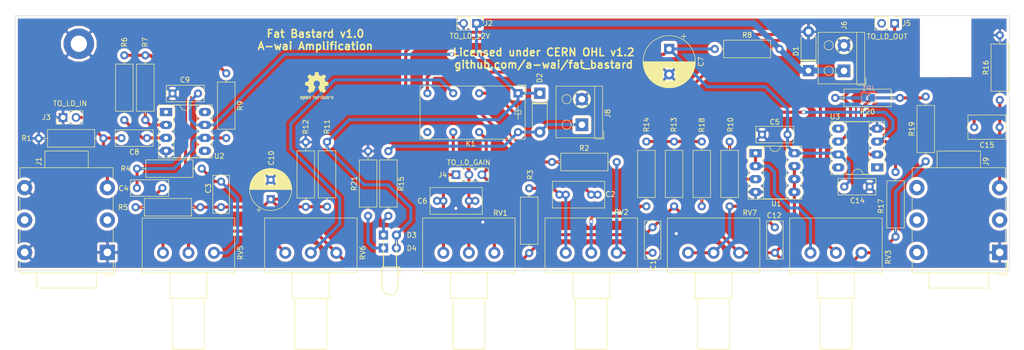
<source format=kicad_pcb>
(kicad_pcb (version 20171130) (host pcbnew 5.0.2+dfsg1-1)
  (layers (0 F.Cu signal) (31 B.Cu signal) (34 B.Paste user) (35 F.Paste user) (36 B.SilkS user) (37 F.SilkS user) (38 B.Mask user) (39 F.Mask user) (44 Edge.Cuts user))
  (net 0 "")
  (net 1 GNDS)
  (net 2 "Net-(C1-Pad2)")
  (net 3 "Net-(C2-Pad1)")
  (net 4 "Net-(C2-Pad2)")
  (net 5 "Net-(C3-Pad2)")
  (net 6 "Net-(C4-Pad2)")
  (net 7 "Net-(C4-Pad1)")
  (net 8 GND)
  (net 9 VCC)
  (net 10 /LD_SIG)
  (net 11 "Net-(C6-Pad2)")
  (net 12 "Net-(C8-Pad2)")
  (net 13 "Net-(C8-Pad1)")
  (net 14 "Net-(C12-Pad2)")
  (net 15 "Net-(C15-Pad1)")
  (net 16 "Net-(C15-Pad2)")
  (net 17 +12V)
  (net 18 "Net-(D2-Pad2)")
  (net 19 "Net-(D3-Pad1)")
  (net 20 /LD_GND)
  (net 21 "Net-(K1-Pad11)")
  (net 22 "Net-(K1-Pad14)")
  (net 23 "Net-(K1-Pad12)")
  (net 24 "Net-(R7-Pad1)")
  (net 25 "Net-(R13-Pad1)")
  (net 26 "Net-(RV3-Pad1)")
  (net 27 "Net-(RV5-Pad2)")
  (net 28 "Net-(JP1-Pad1)")
  (net 29 "Net-(R10-Pad1)")
  (net 30 "Net-(R14-Pad1)")
  (net 31 "Net-(D4-Pad1)")
  (module Diode_THT:D_DO-41_SOD81_P7.62mm_Horizontal (layer F.Cu) (at 152.908 75.2094 270)
    (fp_text reference D2 (at -2.9972 0.0254 270) (layer F.SilkS))
    (fp_text value 1N4007)
    (pad 2 thru_hole oval (at 7.62 0 270) (size 2.2 2.2) (drill 1.1) (layers *.Cu *.Mask) (net 18 "Net-(D2-Pad2)"))
    (pad 1 thru_hole rect (at 0 0 270) (size 2.2 2.2) (drill 1.1) (layers *.Cu *.Mask) (net 17 +12V))
  )
  (module Diode_THT:D_DO-41_SOD81_P7.62mm_Horizontal (layer F.Cu) (at 205.613 70.7644 90)
    (fp_text reference D1 (at 3.81 -2.47 90) (layer F.SilkS))
    (fp_text value 1N4007)
    (pad 1 thru_hole rect (at 0 0 90) (size 2.2 2.2) (drill 1.1) (layers *.Cu *.Mask) (net 17 +12V))
    (pad 2 thru_hole oval (at 7.62 0 90) (size 2.2 2.2) (drill 1.1) (layers *.Cu *.Mask) (net 8 GND))
  )
  (module MountingHole:MountingHole_3.2mm_M3 (layer F.Cu) (at 232.5 65.5)
    (fp_text reference DRILL)
    (fp_text value MountingHole_3.2mm_M3)
    (pad "" np_thru_hole circle (at 0 0) (size 3.2 3.2) (drill 3.2) (layers *.Cu *.Mask) (clearance 2))
  )
  (module MountingHole:MountingHole_3.2mm_M3 (layer F.Cu) (at 62.5 65.5)
    (fp_text reference DRILL)
    (fp_text value MountingHole_3.2mm_M3)
    (pad "" thru_hole circle (at 0 0) (size 6 6) (drill 3.2) (layers *.Cu *.Mask) (net 8 GND) (clearance 2))
  )
  (module LED_THT:LED_D3.0mm_Horizontal_O3.81mm_Z2.0mm (layer F.Cu) (at 122.2502 105.5624)
    (fp_text reference D4 (at 5.5372 0.0508) (layer F.SilkS))
    (fp_text value PWR)
    (pad 2 thru_hole circle (at 2.54 0) (size 1.8 1.8) (drill 0.9) (layers *.Cu *.Mask) (net 17 +12V))
    (pad 1 thru_hole rect (at 0 0) (size 1.8 1.8) (drill 0.9) (layers *.Cu *.Mask) (net 31 "Net-(D4-Pad1)"))
  )
  (module Capacitor_THT:C_Rect_L7.2mm_W4.5mm_P5.00mm_FKS2_FKP2_MKS2_MKP2 (layer F.Cu) (at 243.1034 81.8642 180)
    (fp_text reference C15 (at 2.5 -3.5 180) (layer F.SilkS))
    (fp_text value 1µ)
    (pad 2 thru_hole circle (at 5 0 180) (size 1.6 1.6) (drill 0.8) (layers *.Cu *.Mask) (net 16 "Net-(C15-Pad2)"))
    (pad 1 thru_hole circle (at 0 0 180) (size 1.6 1.6) (drill 0.8) (layers *.Cu *.Mask) (net 15 "Net-(C15-Pad1)"))
  )
  (module Connector_PinHeader_2.54mm:PinHeader_1x02_P2.54mm_Vertical (layer F.Cu) (at 222.5 61.5 270)
    (fp_text reference J5 (at 0 -2.33) (layer F.SilkS))
    (fp_text value TO_LD_OUT (at 2.5842 1.4692) (layer F.SilkS))
    (pad 1 thru_hole rect (at 0 0 270) (size 1.7 1.7) (drill 1) (layers *.Cu *.Mask) (net 3 "Net-(C2-Pad1)"))
    (pad 2 thru_hole oval (at 0 2.54 270) (size 1.7 1.7) (drill 1) (layers *.Cu *.Mask))
  )
  (module Capacitor_THT:C_Rect_L7.2mm_W3.0mm_P5.00mm_FKS2_FKP2_MKS2_MKP2 (layer F.Cu) (at 175.0314 101.4984 270)
    (fp_text reference C1 (at 7.3914 -0.127 270) (layer F.SilkS))
    (fp_text value 1.5n)
    (pad 1 thru_hole circle (at 0 0 270) (size 1.6 1.6) (drill 0.8) (layers *.Cu *.Mask) (net 1 GNDS))
    (pad 2 thru_hole circle (at 5 0 270) (size 1.6 1.6) (drill 0.8) (layers *.Cu *.Mask) (net 2 "Net-(C1-Pad2)"))
  )
  (module Capacitor_THT:C_Rect_L10.0mm_W5.0mm_P5.00mm_P7.50mm (layer F.Cu) (at 164.2618 95.0976 180)
    (fp_text reference C2 (at -2.4892 0.0762 180) (layer F.SilkS))
    (fp_text value 300p)
    (pad 1 thru_hole circle (at 1.25 0 180) (size 1.6 1.6) (drill 0.8) (layers *.Cu *.Mask) (net 3 "Net-(C2-Pad1)"))
    (pad 2 thru_hole circle (at 6.25 0 180) (size 1.6 1.6) (drill 0.8) (layers *.Cu *.Mask) (net 4 "Net-(C2-Pad2)"))
    (pad 1 thru_hole circle (at 0 0 180) (size 1.6 1.6) (drill 0.8) (layers *.Cu *.Mask) (net 3 "Net-(C2-Pad1)"))
    (pad 2 thru_hole circle (at 7.5 0 180) (size 1.6 1.6) (drill 0.8) (layers *.Cu *.Mask) (net 4 "Net-(C2-Pad2)"))
  )
  (module Capacitor_THT:C_Rect_L7.2mm_W3.0mm_P5.00mm_FKS2_FKP2_MKS2_MKP2 (layer F.Cu) (at 90.3986 97.536 90)
    (fp_text reference C3 (at 3.6576 -2.5146 90) (layer F.SilkS))
    (fp_text value 100n)
    (pad 1 thru_hole circle (at 0 0 90) (size 1.6 1.6) (drill 0.8) (layers *.Cu *.Mask) (net 1 GNDS))
    (pad 2 thru_hole circle (at 5 0 90) (size 1.6 1.6) (drill 0.8) (layers *.Cu *.Mask) (net 5 "Net-(C3-Pad2)"))
  )
  (module Capacitor_THT:C_Rect_L7.2mm_W3.0mm_P5.00mm_FKS2_FKP2_MKS2_MKP2 (layer F.Cu) (at 73.8924 93.8022)
    (fp_text reference C4 (at -2.62 0.0762) (layer F.SilkS))
    (fp_text value 22n)
    (pad 2 thru_hole circle (at 5 0) (size 1.6 1.6) (drill 0.8) (layers *.Cu *.Mask) (net 6 "Net-(C4-Pad2)"))
    (pad 1 thru_hole circle (at 0 0) (size 1.6 1.6) (drill 0.8) (layers *.Cu *.Mask) (net 7 "Net-(C4-Pad1)"))
  )
  (module Capacitor_THT:C_Rect_L7.2mm_W3.0mm_P5.00mm_FKS2_FKP2_MKS2_MKP2 (layer F.Cu) (at 201.4982 83.312 180)
    (fp_text reference C5 (at 2.5146 2.4638 180) (layer F.SilkS))
    (fp_text value 100n)
    (pad 2 thru_hole circle (at 5 0 180) (size 1.6 1.6) (drill 0.8) (layers *.Cu *.Mask) (net 8 GND))
    (pad 1 thru_hole circle (at 0 0 180) (size 1.6 1.6) (drill 0.8) (layers *.Cu *.Mask) (net 9 VCC))
  )
  (module Capacitor_THT:C_Rect_L10.0mm_W5.0mm_P5.00mm_P7.50mm (layer F.Cu) (at 140.2588 96.3168 180)
    (fp_text reference C6 (at 10.3886 -0.0254 180) (layer F.SilkS))
    (fp_text value 500p)
    (pad 1 thru_hole circle (at 1.25 0 180) (size 1.6 1.6) (drill 0.8) (layers *.Cu *.Mask) (net 10 /LD_SIG))
    (pad 2 thru_hole circle (at 6.25 0 180) (size 1.6 1.6) (drill 0.8) (layers *.Cu *.Mask) (net 11 "Net-(C6-Pad2)"))
    (pad 1 thru_hole circle (at 0 0 180) (size 1.6 1.6) (drill 0.8) (layers *.Cu *.Mask) (net 10 /LD_SIG))
    (pad 2 thru_hole circle (at 7.5 0 180) (size 1.6 1.6) (drill 0.8) (layers *.Cu *.Mask) (net 11 "Net-(C6-Pad2)"))
  )
  (module Capacitor_THT:CP_Radial_D10.0mm_P5.00mm (layer F.Cu) (at 178.2826 66.5226 270)
    (fp_text reference C7 (at 2.5 -6.25 270) (layer F.SilkS))
    (fp_text value 1000µ)
    (pad 1 thru_hole rect (at 0 0 270) (size 2 2) (drill 1) (layers *.Cu *.Mask) (net 9 VCC))
    (pad 2 thru_hole circle (at 5 0 270) (size 2 2) (drill 1) (layers *.Cu *.Mask) (net 8 GND))
  )
  (module Capacitor_THT:C_Rect_L7.2mm_W3.0mm_P5.00mm_FKS2_FKP2_MKS2_MKP2 (layer F.Cu) (at 75.866 83.9978 180)
    (fp_text reference C8 (at 2.5 -2.75 180) (layer F.SilkS))
    (fp_text value 100n)
    (pad 2 thru_hole circle (at 5 0 180) (size 1.6 1.6) (drill 0.8) (layers *.Cu *.Mask) (net 12 "Net-(C8-Pad2)"))
    (pad 1 thru_hole circle (at 0 0 180) (size 1.6 1.6) (drill 0.8) (layers *.Cu *.Mask) (net 13 "Net-(C8-Pad1)"))
  )
  (module Capacitor_THT:C_Rect_L7.2mm_W3.0mm_P5.00mm_FKS2_FKP2_MKS2_MKP2 (layer F.Cu) (at 85.8774 75.2602 180)
    (fp_text reference C9 (at 2.5654 2.667 180) (layer F.SilkS))
    (fp_text value 100n)
    (pad 1 thru_hole circle (at 0 0 180) (size 1.6 1.6) (drill 0.8) (layers *.Cu *.Mask) (net 9 VCC))
    (pad 2 thru_hole circle (at 5 0 180) (size 1.6 1.6) (drill 0.8) (layers *.Cu *.Mask) (net 8 GND))
  )
  (module Capacitor_THT:CP_Radial_D8.0mm_P3.80mm (layer F.Cu) (at 100.1268 95.9866 90)
    (fp_text reference C10 (at 8.0772 0.127 90) (layer F.SilkS))
    (fp_text value 100µ)
    (pad 1 thru_hole rect (at 0 0 90) (size 1.6 1.6) (drill 0.8) (layers *.Cu *.Mask) (net 1 GNDS))
    (pad 2 thru_hole circle (at 3.8 0 90) (size 1.6 1.6) (drill 0.8) (layers *.Cu *.Mask) (net 8 GND))
  )
  (module Capacitor_THT:C_Rect_L7.2mm_W3.0mm_P5.00mm_FKS2_FKP2_MKS2_MKP2 (layer F.Cu) (at 199.009 106.5022 90)
    (fp_text reference C12 (at 7.3152 -0.127 180) (layer F.SilkS))
    (fp_text value 4.7n)
    (pad 1 thru_hole circle (at 0 0 90) (size 1.6 1.6) (drill 0.8) (layers *.Cu *.Mask) (net 1 GNDS))
    (pad 2 thru_hole circle (at 5 0 90) (size 1.6 1.6) (drill 0.8) (layers *.Cu *.Mask) (net 14 "Net-(C12-Pad2)"))
  )
  (module Capacitor_THT:C_Rect_L7.2mm_W3.0mm_P5.00mm_FKS2_FKP2_MKS2_MKP2 (layer F.Cu) (at 212.6234 93.5228)
    (fp_text reference C14 (at 2.5908 2.7432) (layer F.SilkS))
    (fp_text value 100n)
    (pad 2 thru_hole circle (at 5 0) (size 1.6 1.6) (drill 0.8) (layers *.Cu *.Mask) (net 8 GND))
    (pad 1 thru_hole circle (at 0 0) (size 1.6 1.6) (drill 0.8) (layers *.Cu *.Mask) (net 9 VCC))
  )
  (module Connector_Audio:Jack_3.5mm_Neutrik_NMJ6HCD2_Horizontal (layer F.Cu) (at 68.1 93.726 270)
    (fp_text reference J1 (at -5.1562 13.4646 270) (layer F.SilkS))
    (fp_text value INPUT)
    (pad S thru_hole rect (at 12.7 0 270) (size 3 3) (drill 1.5) (layers *.Cu *.Mask) (net 8 GND))
    (pad T thru_hole circle (at 0 0 270) (size 3 3) (drill 1.5) (layers *.Cu *.Mask) (net 12 "Net-(C8-Pad2)"))
    (pad R thru_hole circle (at 6.35 0 270) (size 3 3) (drill 1.5) (layers *.Cu *.Mask))
    (pad SN thru_hole circle (at 12.7 16.23 270) (size 3 3) (drill 1.5) (layers *.Cu *.Mask) (net 8 GND))
    (pad TN thru_hole circle (at 0 16.23 270) (size 3 3) (drill 1.5) (layers *.Cu *.Mask) (net 8 GND))
    (pad RN thru_hole circle (at 6.35 16.23 270) (size 3 3) (drill 1.5) (layers *.Cu *.Mask))
  )
  (module Connector_PinHeader_2.54mm:PinHeader_1x02_P2.54mm_Vertical (layer F.Cu) (at 140.5 61.5 270)
    (fp_text reference J2 (at 0 -2.33) (layer F.SilkS))
    (fp_text value TO_LD_12V (at 2.4826 1.308) (layer F.SilkS))
    (pad 1 thru_hole rect (at 0 0 270) (size 1.7 1.7) (drill 1) (layers *.Cu *.Mask) (net 17 +12V))
    (pad 2 thru_hole oval (at 0 2.54 270) (size 1.7 1.7) (drill 1) (layers *.Cu *.Mask) (net 8 GND))
  )
  (module Connector_PinHeader_2.54mm:PinHeader_1x02_P2.54mm_Vertical (layer F.Cu) (at 59.4106 79.9592 90)
    (fp_text reference J3 (at 0.0254 -3.2766 180) (layer F.SilkS))
    (fp_text value TO_LD_IN (at 2.7432 1.3716 180) (layer F.SilkS))
    (pad 2 thru_hole oval (at 0 2.54 90) (size 1.7 1.7) (drill 1) (layers *.Cu *.Mask) (net 12 "Net-(C8-Pad2)"))
    (pad 1 thru_hole rect (at 0 0 90) (size 1.7 1.7) (drill 1) (layers *.Cu *.Mask) (net 8 GND))
  )
  (module Connector_PinHeader_2.54mm:PinHeader_1x03_P2.54mm_Vertical (layer F.Cu) (at 136.4742 91.186 90)
    (fp_text reference J4 (at -0.0508 -2.6162 180) (layer F.SilkS))
    (fp_text value TO_LD_GAIN (at 2.3876 2.4892 180) (layer F.SilkS))
    (pad 1 thru_hole rect (at 0 0 90) (size 1.7 1.7) (drill 1) (layers *.Cu *.Mask) (net 11 "Net-(C6-Pad2)"))
    (pad 2 thru_hole oval (at 0 2.54 90) (size 1.7 1.7) (drill 1) (layers *.Cu *.Mask) (net 10 /LD_SIG))
    (pad 3 thru_hole oval (at 0 5.08 90) (size 1.7 1.7) (drill 1) (layers *.Cu *.Mask) (net 20 /LD_GND))
  )
  (module TerminalBlock_RND:TerminalBlock_RND_205-00001_1x02_P5.00mm_Horizontal (layer F.Cu) (at 212.5726 70.8152 90)
    (fp_text reference J6 (at 8.9154 0.0254 90) (layer F.SilkS))
    (fp_text value 12V_IN)
    (pad 1 thru_hole rect (at 0 0 90) (size 2.5 2.5) (drill 1.3) (layers *.Cu *.Mask) (net 17 +12V))
    (pad 2 thru_hole circle (at 5 0 90) (size 2.5 2.5) (drill 1.3) (layers *.Cu *.Mask) (net 8 GND))
  )
  (module TerminalBlock_RND:TerminalBlock_RND_205-00001_1x02_P5.00mm_Horizontal (layer F.Cu) (at 161.163 81.3816 90)
    (fp_text reference J8 (at 2.2098 5.0546 90) (layer F.SilkS))
    (fp_text value FOOTSW)
    (pad 2 thru_hole circle (at 5 0 90) (size 2.5 2.5) (drill 1.3) (layers *.Cu *.Mask) (net 8 GND))
    (pad 1 thru_hole rect (at 0 0 90) (size 2.5 2.5) (drill 1.3) (layers *.Cu *.Mask) (net 18 "Net-(D2-Pad2)"))
  )
  (module Connector_Audio:Jack_3.5mm_Neutrik_NMJ6HCD2_Horizontal (layer F.Cu) (at 243.1 93.726 270)
    (fp_text reference J9 (at -5.1308 2.6636 270) (layer F.SilkS))
    (fp_text value OUTPUT)
    (pad RN thru_hole circle (at 6.35 16.23 270) (size 3 3) (drill 1.5) (layers *.Cu *.Mask))
    (pad TN thru_hole circle (at 0 16.23 270) (size 3 3) (drill 1.5) (layers *.Cu *.Mask))
    (pad SN thru_hole circle (at 12.7 16.23 270) (size 3 3) (drill 1.5) (layers *.Cu *.Mask))
    (pad R thru_hole circle (at 6.35 0 270) (size 3 3) (drill 1.5) (layers *.Cu *.Mask))
    (pad T thru_hole circle (at 0 0 270) (size 3 3) (drill 1.5) (layers *.Cu *.Mask) (net 15 "Net-(C15-Pad1)"))
    (pad S thru_hole rect (at 12.7 0 270) (size 3 3) (drill 1.5) (layers *.Cu *.Mask) (net 8 GND))
  )
  (module Relay_THT:Relay_DPDT_Finder_30.22 (layer F.Cu) (at 148.6408 75.2094 180)
    (fp_text reference K1 (at 9.3 -9.9 180) (layer F.SilkS))
    (fp_text value FINDER-30.22)
    (pad 21 thru_hole circle (at 7.62 -7.62 270) (size 1.6 1.6) (drill 0.8) (layers *.Cu *.Mask) (net 20 /LD_GND))
    (pad 22 thru_hole circle (at 12.7 -7.62 270) (size 1.6 1.6) (drill 0.8) (layers *.Cu *.Mask) (net 10 /LD_SIG))
    (pad 24 thru_hole circle (at 17.78 -7.62) (size 1.6 1.6) (drill 0.8) (layers *.Cu *.Mask))
    (pad A1 thru_hole rect (at 0 0 270) (size 1.6 1.8) (drill 0.8) (layers *.Cu *.Mask) (net 17 +12V))
    (pad A2 thru_hole circle (at 0 -7.62 270) (size 1.6 1.6) (drill 0.8) (layers *.Cu *.Mask) (net 18 "Net-(D2-Pad2)"))
    (pad 11 thru_hole circle (at 7.62 0 270) (size 1.6 1.6) (drill 0.8) (layers *.Cu *.Mask) (net 21 "Net-(K1-Pad11)"))
    (pad 14 thru_hole circle (at 17.78 0 270) (size 1.6 1.6) (drill 0.8) (layers *.Cu *.Mask) (net 22 "Net-(K1-Pad14)"))
    (pad 12 thru_hole circle (at 12.7 0 270) (size 1.6 1.6) (drill 0.8) (layers *.Cu *.Mask) (net 23 "Net-(K1-Pad12)"))
  )
  (module Resistor_THT:R_Axial_DIN0309_L9.0mm_D3.2mm_P12.70mm_Horizontal (layer F.Cu) (at 67.3354 84.0486 180)
    (fp_text reference R1 (at 15.113 0 180) (layer F.SilkS))
    (fp_text value 1M)
    (pad 1 thru_hole circle (at 0 0 180) (size 1.6 1.6) (drill 0.8) (layers *.Cu *.Mask) (net 12 "Net-(C8-Pad2)"))
    (pad 2 thru_hole oval (at 12.7 0 180) (size 1.6 1.6) (drill 0.8) (layers *.Cu *.Mask) (net 8 GND))
  )
  (module Resistor_THT:R_Axial_DIN0309_L9.0mm_D3.2mm_P12.70mm_Horizontal (layer F.Cu) (at 155.2956 88.6968)
    (fp_text reference R2 (at 6.35 -2.72) (layer F.SilkS))
    (fp_text value 510k)
    (pad 1 thru_hole circle (at 0 0) (size 1.6 1.6) (drill 0.8) (layers *.Cu *.Mask) (net 3 "Net-(C2-Pad1)"))
    (pad 2 thru_hole oval (at 12.7 0) (size 1.6 1.6) (drill 0.8) (layers *.Cu *.Mask) (net 2 "Net-(C1-Pad2)"))
  )
  (module Resistor_THT:R_Axial_DIN0309_L9.0mm_D3.2mm_P12.70mm_Horizontal (layer F.Cu) (at 150.8252 93.853 270)
    (fp_text reference R3 (at -2.6416 -0.2032 270) (layer F.SilkS))
    (fp_text value 1M)
    (pad 2 thru_hole oval (at 12.7 0 270) (size 1.6 1.6) (drill 0.8) (layers *.Cu *.Mask) (net 1 GNDS))
    (pad 1 thru_hole circle (at 0 0 270) (size 1.6 1.6) (drill 0.8) (layers *.Cu *.Mask) (net 4 "Net-(C2-Pad2)"))
  )
  (module Resistor_THT:R_Axial_DIN0309_L9.0mm_D3.2mm_P12.70mm_Horizontal (layer F.Cu) (at 73.914 89.9922)
    (fp_text reference R4 (at -2.2352 0) (layer F.SilkS))
    (fp_text value 6.8k)
    (pad 2 thru_hole oval (at 12.7 0) (size 1.6 1.6) (drill 0.8) (layers *.Cu *.Mask) (net 5 "Net-(C3-Pad2)"))
    (pad 1 thru_hole circle (at 0 0) (size 1.6 1.6) (drill 0.8) (layers *.Cu *.Mask) (net 7 "Net-(C4-Pad1)"))
  )
  (module Resistor_THT:R_Axial_DIN0309_L9.0mm_D3.2mm_P12.70mm_Horizontal (layer F.Cu) (at 73.6346 97.5614)
    (fp_text reference R5 (at -2.4638 0.0254) (layer F.SilkS))
    (fp_text value 10k)
    (pad 1 thru_hole circle (at 0 0) (size 1.6 1.6) (drill 0.8) (layers *.Cu *.Mask) (net 6 "Net-(C4-Pad2)"))
    (pad 2 thru_hole oval (at 12.7 0) (size 1.6 1.6) (drill 0.8) (layers *.Cu *.Mask) (net 1 GNDS))
  )
  (module Resistor_THT:R_Axial_DIN0309_L9.0mm_D3.2mm_P12.70mm_Horizontal (layer F.Cu) (at 71.4248 80.4672 90)
    (fp_text reference R6 (at 15.2654 0 90) (layer F.SilkS))
    (fp_text value 2.2M)
    (pad 2 thru_hole oval (at 12.7 0 90) (size 1.6 1.6) (drill 0.8) (layers *.Cu *.Mask) (net 1 GNDS))
    (pad 1 thru_hole circle (at 0 0 90) (size 1.6 1.6) (drill 0.8) (layers *.Cu *.Mask) (net 13 "Net-(C8-Pad1)"))
  )
  (module Resistor_THT:R_Axial_DIN0309_L9.0mm_D3.2mm_P12.70mm_Horizontal (layer F.Cu) (at 75.5396 80.4672 90)
    (fp_text reference R7 (at 15.2654 -0.0254 90) (layer F.SilkS))
    (fp_text value 1k)
    (pad 2 thru_hole oval (at 12.7 0 90) (size 1.6 1.6) (drill 0.8) (layers *.Cu *.Mask) (net 1 GNDS))
    (pad 1 thru_hole circle (at 0 0 90) (size 1.6 1.6) (drill 0.8) (layers *.Cu *.Mask) (net 24 "Net-(R7-Pad1)"))
  )
  (module Resistor_THT:R_Axial_DIN0309_L9.0mm_D3.2mm_P12.70mm_Horizontal (layer F.Cu) (at 187.2234 66.5226)
    (fp_text reference R8 (at 6.35 -2.72) (layer F.SilkS))
    (fp_text value 10R)
    (pad 2 thru_hole oval (at 12.7 0) (size 1.6 1.6) (drill 0.8) (layers *.Cu *.Mask) (net 17 +12V))
    (pad 1 thru_hole circle (at 0 0) (size 1.6 1.6) (drill 0.8) (layers *.Cu *.Mask) (net 9 VCC))
  )
  (module Resistor_THT:R_Axial_DIN0309_L9.0mm_D3.2mm_P12.70mm_Horizontal (layer F.Cu) (at 91.4146 71.2978 270)
    (fp_text reference R9 (at 6.35 -2.72 270) (layer F.SilkS))
    (fp_text value 3.9k)
    (pad 1 thru_hole circle (at 0 0 270) (size 1.6 1.6) (drill 0.8) (layers *.Cu *.Mask) (net 24 "Net-(R7-Pad1)"))
    (pad 2 thru_hole oval (at 12.7 0 270) (size 1.6 1.6) (drill 0.8) (layers *.Cu *.Mask) (net 7 "Net-(C4-Pad1)"))
  )
  (module Resistor_THT:R_Axial_DIN0309_L9.0mm_D3.2mm_P12.70mm_Horizontal (layer F.Cu) (at 190.1444 84.6836 270)
    (fp_text reference R10 (at -3.302 -0.1524 270) (layer F.SilkS))
    (fp_text value 82k)
    (pad 1 thru_hole circle (at 0 0 270) (size 1.6 1.6) (drill 0.8) (layers *.Cu *.Mask) (net 29 "Net-(R10-Pad1)"))
    (pad 2 thru_hole oval (at 12.7 0 270) (size 1.6 1.6) (drill 0.8) (layers *.Cu *.Mask) (net 14 "Net-(C12-Pad2)"))
  )
  (module Resistor_THT:R_Axial_DIN0309_L9.0mm_D3.2mm_P12.70mm_Horizontal (layer F.Cu) (at 111.1758 84.7598 270)
    (fp_text reference R11 (at -2.9972 0 270) (layer F.SilkS))
    (fp_text value 10k)
    (pad 2 thru_hole oval (at 12.7 0 270) (size 1.6 1.6) (drill 0.8) (layers *.Cu *.Mask) (net 1 GNDS))
    (pad 1 thru_hole circle (at 0 0 270) (size 1.6 1.6) (drill 0.8) (layers *.Cu *.Mask) (net 17 +12V))
  )
  (module Resistor_THT:R_Axial_DIN0309_L9.0mm_D3.2mm_P12.70mm_Horizontal (layer F.Cu) (at 107.0102 97.4852 90)
    (fp_text reference R12 (at 15.6718 -0.0254 90) (layer F.SilkS))
    (fp_text value 10k)
    (pad 1 thru_hole circle (at 0 0 90) (size 1.6 1.6) (drill 0.8) (layers *.Cu *.Mask) (net 1 GNDS))
    (pad 2 thru_hole oval (at 12.7 0 90) (size 1.6 1.6) (drill 0.8) (layers *.Cu *.Mask) (net 8 GND))
  )
  (module Resistor_THT:R_Axial_DIN0309_L9.0mm_D3.2mm_P12.70mm_Horizontal (layer F.Cu) (at 179.2478 84.6836 270)
    (fp_text reference R13 (at -3.302 0.0508 270) (layer F.SilkS))
    (fp_text value 100k)
    (pad 2 thru_hole oval (at 12.7 0 270) (size 1.6 1.6) (drill 0.8) (layers *.Cu *.Mask) (net 1 GNDS))
    (pad 1 thru_hole circle (at 0 0 270) (size 1.6 1.6) (drill 0.8) (layers *.Cu *.Mask) (net 25 "Net-(R13-Pad1)"))
  )
  (module Resistor_THT:R_Axial_DIN0309_L9.0mm_D3.2mm_P12.70mm_Horizontal (layer F.Cu) (at 173.8122 97.3836 90)
    (fp_text reference R14 (at 16.002 0 90) (layer F.SilkS))
    (fp_text value 910k)
    (pad 1 thru_hole circle (at 0 0 90) (size 1.6 1.6) (drill 0.8) (layers *.Cu *.Mask) (net 30 "Net-(R14-Pad1)"))
    (pad 2 thru_hole oval (at 12.7 0 90) (size 1.6 1.6) (drill 0.8) (layers *.Cu *.Mask) (net 25 "Net-(R13-Pad1)"))
  )
  (module Resistor_THT:R_Axial_DIN0309_L9.0mm_D3.2mm_P12.70mm_Horizontal (layer F.Cu) (at 123.2154 99.2632 90)
    (fp_text reference R15 (at 6.2738 2.5146 90) (layer F.SilkS))
    (fp_text value 1.8k)
    (pad 1 thru_hole circle (at 0 0 90) (size 1.6 1.6) (drill 0.8) (layers *.Cu *.Mask) (net 19 "Net-(D3-Pad1)"))
    (pad 2 thru_hole oval (at 12.7 0 90) (size 1.6 1.6) (drill 0.8) (layers *.Cu *.Mask) (net 18 "Net-(D2-Pad2)"))
  )
  (module Resistor_THT:R_Axial_DIN0309_L9.0mm_D3.2mm_P12.70mm_Horizontal (layer F.Cu) (at 243.1288 76.5302 90)
    (fp_text reference R16 (at 6.35 -2.72 90) (layer F.SilkS))
    (fp_text value 100k)
    (pad 1 thru_hole circle (at 0 0 90) (size 1.6 1.6) (drill 0.8) (layers *.Cu *.Mask) (net 15 "Net-(C15-Pad1)"))
    (pad 2 thru_hole oval (at 12.7 0 90) (size 1.6 1.6) (drill 0.8) (layers *.Cu *.Mask) (net 8 GND))
  )
  (module Resistor_THT:R_Axial_DIN0309_L9.0mm_D3.2mm_P12.70mm_Horizontal (layer F.Cu) (at 222.6818 90.6526 270)
    (fp_text reference R17 (at 6.7056 2.8702 270) (layer F.SilkS))
    (fp_text value 1M)
    (pad 2 thru_hole oval (at 12.7 0 270) (size 1.6 1.6) (drill 0.8) (layers *.Cu *.Mask) (net 1 GNDS))
    (pad 1 thru_hole circle (at 0 0 270) (size 1.6 1.6) (drill 0.8) (layers *.Cu *.Mask) (net 21 "Net-(K1-Pad11)"))
  )
  (module Potentiometer_THT:Potentiometer_Alps_RK163_Single_Horizontal (layer F.Cu) (at 134 106.5 270)
    (fp_text reference RV1 (at -7.7956 -11.1864) (layer F.SilkS))
    (fp_text value 500k-A)
    (pad 1 thru_hole circle (at 0 0 270) (size 2.34 2.34) (drill 1.3) (layers *.Cu *.Mask) (net 11 "Net-(C6-Pad2)"))
    (pad 2 thru_hole circle (at 0 -5 270) (size 2.34 2.34) (drill 1.3) (layers *.Cu *.Mask) (net 10 /LD_SIG))
    (pad 3 thru_hole circle (at 0 -10 270) (size 2.34 2.34) (drill 1.3) (layers *.Cu *.Mask) (net 20 /LD_GND))
  )
  (module Potentiometer_THT:Potentiometer_Alps_RK163_Single_Horizontal (layer F.Cu) (at 158 106.5 270)
    (fp_text reference RV2 (at -7.948 -10.91) (layer F.SilkS))
    (fp_text value 1M-B)
    (pad 3 thru_hole circle (at 0 -10 270) (size 2.34 2.34) (drill 1.3) (layers *.Cu *.Mask) (net 2 "Net-(C1-Pad2)"))
    (pad 2 thru_hole circle (at 0 -5 270) (size 2.34 2.34) (drill 1.3) (layers *.Cu *.Mask) (net 30 "Net-(R14-Pad1)"))
    (pad 1 thru_hole circle (at 0 0 270) (size 2.34 2.34) (drill 1.3) (layers *.Cu *.Mask) (net 4 "Net-(C2-Pad2)"))
  )
  (module Potentiometer_THT:Potentiometer_Alps_RK163_Single_Horizontal (layer F.Cu) (at 206 106.5 270)
    (fp_text reference RV3 (at 0.8658 -15.2594 270) (layer F.SilkS))
    (fp_text value 100k-A)
    (pad 1 thru_hole circle (at 0 0 270) (size 2.34 2.34) (drill 1.3) (layers *.Cu *.Mask) (net 26 "Net-(RV3-Pad1)"))
    (pad 2 thru_hole circle (at 0 -5 270) (size 2.34 2.34) (drill 1.3) (layers *.Cu *.Mask) (net 22 "Net-(K1-Pad14)"))
    (pad 3 thru_hole circle (at 0 -10 270) (size 2.34 2.34) (drill 1.3) (layers *.Cu *.Mask) (net 1 GNDS))
  )
  (module Potentiometer_THT:Potentiometer_Alps_RK163_Single_Horizontal (layer F.Cu) (at 79 106.5 270)
    (fp_text reference RV5 (at 0 -15.2 270) (layer F.SilkS))
    (fp_text value 10k-B)
    (pad 1 thru_hole circle (at 0 0 270) (size 2.34 2.34) (drill 1.3) (layers *.Cu *.Mask) (net 6 "Net-(C4-Pad2)"))
    (pad 2 thru_hole circle (at 0 -5 270) (size 2.34 2.34) (drill 1.3) (layers *.Cu *.Mask) (net 27 "Net-(RV5-Pad2)"))
    (pad 3 thru_hole circle (at 0 -10 270) (size 2.34 2.34) (drill 1.3) (layers *.Cu *.Mask) (net 5 "Net-(C3-Pad2)"))
  )
  (module Potentiometer_THT:Potentiometer_Alps_RK163_Single_Horizontal (layer F.Cu) (at 103 106.5 270)
    (fp_text reference RV6 (at 0 -15.2 270) (layer F.SilkS))
    (fp_text value 100k-A)
    (pad 3 thru_hole circle (at 0 -10 270) (size 2.34 2.34) (drill 1.3) (layers *.Cu *.Mask) (net 1 GNDS))
    (pad 2 thru_hole circle (at 0 -5 270) (size 2.34 2.34) (drill 1.3) (layers *.Cu *.Mask) (net 23 "Net-(K1-Pad12)"))
    (pad 1 thru_hole circle (at 0 0 270) (size 2.34 2.34) (drill 1.3) (layers *.Cu *.Mask) (net 27 "Net-(RV5-Pad2)"))
  )
  (module Potentiometer_THT:Potentiometer_Alps_RK163_Single_Horizontal (layer F.Cu) (at 182 106.5 270)
    (fp_text reference RV7 (at -7.8464 -12.1068) (layer F.SilkS))
    (fp_text value 1M-A)
    (pad 3 thru_hole circle (at 0 -10 270) (size 2.34 2.34) (drill 1.3) (layers *.Cu *.Mask) (net 1 GNDS))
    (pad 2 thru_hole circle (at 0 -5 270) (size 2.34 2.34) (drill 1.3) (layers *.Cu *.Mask) (net 14 "Net-(C12-Pad2)"))
    (pad 1 thru_hole circle (at 0 0 270) (size 2.34 2.34) (drill 1.3) (layers *.Cu *.Mask) (net 14 "Net-(C12-Pad2)"))
  )
  (module Package_DIP:DIP-8_W7.62mm_Socket_LongPads (layer F.Cu) (at 195.2244 86.9696)
    (fp_text reference U1 (at 4.0894 9.906) (layer F.SilkS))
    (fp_text value OPA2134)
    (pad 1 thru_hole rect (at 0 0) (size 2.4 1.6) (drill 0.8) (layers *.Cu *.Mask) (net 26 "Net-(RV3-Pad1)"))
    (pad 5 thru_hole oval (at 7.62 7.62) (size 2.4 1.6) (drill 0.8) (layers *.Cu *.Mask) (net 1 GNDS))
    (pad 2 thru_hole oval (at 0 2.54) (size 2.4 1.6) (drill 0.8) (layers *.Cu *.Mask) (net 26 "Net-(RV3-Pad1)"))
    (pad 6 thru_hole oval (at 7.62 5.08) (size 2.4 1.6) (drill 0.8) (layers *.Cu *.Mask) (net 1 GNDS))
    (pad 3 thru_hole oval (at 0 5.08) (size 2.4 1.6) (drill 0.8) (layers *.Cu *.Mask) (net 29 "Net-(R10-Pad1)"))
    (pad 7 thru_hole oval (at 7.62 2.54) (size 2.4 1.6) (drill 0.8) (layers *.Cu *.Mask) (net 1 GNDS))
    (pad 4 thru_hole oval (at 0 7.62) (size 2.4 1.6) (drill 0.8) (layers *.Cu *.Mask) (net 8 GND))
    (pad 8 thru_hole oval (at 7.62 0) (size 2.4 1.6) (drill 0.8) (layers *.Cu *.Mask) (net 9 VCC))
  )
  (module Package_DIP:DIP-8_W7.62mm_Socket_LongPads (layer F.Cu) (at 79.6036 78.8924)
    (fp_text reference U2 (at 10.4394 8.636) (layer F.SilkS))
    (fp_text value OPA134)
    (pad 1 thru_hole rect (at 0 0) (size 2.4 1.6) (drill 0.8) (layers *.Cu *.Mask))
    (pad 5 thru_hole oval (at 7.62 7.62) (size 2.4 1.6) (drill 0.8) (layers *.Cu *.Mask))
    (pad 2 thru_hole oval (at 0 2.54) (size 2.4 1.6) (drill 0.8) (layers *.Cu *.Mask) (net 24 "Net-(R7-Pad1)"))
    (pad 6 thru_hole oval (at 7.62 5.08) (size 2.4 1.6) (drill 0.8) (layers *.Cu *.Mask) (net 7 "Net-(C4-Pad1)"))
    (pad 3 thru_hole oval (at 0 5.08) (size 2.4 1.6) (drill 0.8) (layers *.Cu *.Mask) (net 13 "Net-(C8-Pad1)"))
    (pad 7 thru_hole oval (at 7.62 2.54) (size 2.4 1.6) (drill 0.8) (layers *.Cu *.Mask) (net 9 VCC))
    (pad 4 thru_hole oval (at 0 7.62) (size 2.4 1.6) (drill 0.8) (layers *.Cu *.Mask) (net 8 GND))
    (pad 8 thru_hole oval (at 7.62 0) (size 2.4 1.6) (drill 0.8) (layers *.Cu *.Mask))
  )
  (module Package_DIP:DIP-8_W7.62mm_Socket_LongPads (layer F.Cu) (at 219.075 89.7636 180)
    (fp_text reference U3 (at 8.255 9.9568 180) (layer F.SilkS))
    (fp_text value OPA134)
    (pad 8 thru_hole oval (at 7.62 0 180) (size 2.4 1.6) (drill 0.8) (layers *.Cu *.Mask))
    (pad 4 thru_hole oval (at 0 7.62 180) (size 2.4 1.6) (drill 0.8) (layers *.Cu *.Mask) (net 8 GND))
    (pad 7 thru_hole oval (at 7.62 2.54 180) (size 2.4 1.6) (drill 0.8) (layers *.Cu *.Mask) (net 9 VCC))
    (pad 3 thru_hole oval (at 0 5.08 180) (size 2.4 1.6) (drill 0.8) (layers *.Cu *.Mask) (net 21 "Net-(K1-Pad11)"))
    (pad 6 thru_hole oval (at 7.62 5.08 180) (size 2.4 1.6) (drill 0.8) (layers *.Cu *.Mask) (net 16 "Net-(C15-Pad2)"))
    (pad 2 thru_hole oval (at 0 2.54 180) (size 2.4 1.6) (drill 0.8) (layers *.Cu *.Mask) (net 28 "Net-(JP1-Pad1)"))
    (pad 5 thru_hole oval (at 7.62 7.62 180) (size 2.4 1.6) (drill 0.8) (layers *.Cu *.Mask))
    (pad 1 thru_hole rect (at 0 0 180) (size 2.4 1.6) (drill 0.8) (layers *.Cu *.Mask))
  )
  (module Resistor_THT:R_Axial_DIN0309_L9.0mm_D3.2mm_P12.70mm_Horizontal (layer F.Cu) (at 184.6834 84.6836 270)
    (fp_text reference R18 (at -3.2258 0 270) (layer F.SilkS))
    (fp_text value 330k)
    (pad 1 thru_hole circle (at 0 0 270) (size 1.6 1.6) (drill 0.8) (layers *.Cu *.Mask) (net 25 "Net-(R13-Pad1)"))
    (pad 2 thru_hole oval (at 12.7 0 270) (size 1.6 1.6) (drill 0.8) (layers *.Cu *.Mask) (net 29 "Net-(R10-Pad1)"))
  )
  (module Resistor_THT:R_Axial_DIN0309_L9.0mm_D3.2mm_P12.70mm_Horizontal (layer F.Cu) (at 228.6 88.5698 90)
    (fp_text reference R19 (at 6.35 -2.72 90) (layer F.SilkS))
    (fp_text value 1k)
    (pad 1 thru_hole circle (at 0 0 90) (size 1.6 1.6) (drill 0.8) (layers *.Cu *.Mask) (net 1 GNDS))
    (pad 2 thru_hole oval (at 12.7 0 90) (size 1.6 1.6) (drill 0.8) (layers *.Cu *.Mask) (net 28 "Net-(JP1-Pad1)"))
  )
  (module Resistor_THT:R_Axial_DIN0309_L9.0mm_D3.2mm_P12.70mm_Horizontal (layer F.Cu) (at 223.5454 76.1238 180)
    (fp_text reference R20 (at 6.35 -2.72 180) (layer F.SilkS))
    (fp_text value 4.7k)
    (pad 2 thru_hole oval (at 12.7 0 180) (size 1.6 1.6) (drill 0.8) (layers *.Cu *.Mask) (net 16 "Net-(C15-Pad2)"))
    (pad 1 thru_hole circle (at 0 0 180) (size 1.6 1.6) (drill 0.8) (layers *.Cu *.Mask) (net 28 "Net-(JP1-Pad1)"))
  )
  (module LED_THT:LED_D3.0mm_Horizontal_O6.35mm_Z10.0mm (layer F.Cu) (at 122.25 103.0224)
    (fp_text reference D3 (at 5.5374 0) (layer F.SilkS))
    (fp_text value LEAD)
    (pad 1 thru_hole rect (at 0 0) (size 1.8 1.8) (drill 0.9) (layers *.Cu *.Mask) (net 19 "Net-(D3-Pad1)"))
    (pad 2 thru_hole circle (at 2.54 0) (size 1.8 1.8) (drill 0.9) (layers *.Cu *.Mask) (net 17 +12V))
  )
  (module Jumper:SolderJumper-2_P1.3mm_Open_TrianglePad1.0x1.5mm (layer B.Cu) (at 217.3836 76.1238 180)
    (fp_text reference JP1 (at 0 1.8 180) (layer B.SilkS) (effects (justify mirror)))
    (fp_text value Jumper)
    (pad 2 smd custom (at 0.725 0 180) (size 0.3 0.3) (layers B.Cu B.Mask) (net 16 "Net-(C15-Pad2)") (options (clearance outline) (anchor rect)) (primitives (gr_poly (pts (xy -0.65 0.75) (xy 0.5 0.75) (xy 0.5 -0.75) (xy -0.65 -0.75) (xy -0.15 0)) (width 0))))
    (pad 1 smd custom (at -0.725 0 180) (size 0.3 0.3) (layers B.Cu B.Mask) (net 28 "Net-(JP1-Pad1)") (options (clearance outline) (anchor rect)) (primitives (gr_poly (pts (xy -0.5 0.75) (xy 0.5 0.75) (xy 1 0) (xy 0.5 -0.75) (xy -0.5 -0.75)) (width 0))))
  )
  (module Resistor_THT:R_Axial_DIN0309_L9.0mm_D3.2mm_P12.70mm_Horizontal (layer F.Cu) (at 119.2276 99.2632 90)
    (fp_text reference R21 (at 6.35 -2.72 90) (layer F.SilkS))
    (fp_text value 1.8k)
    (pad 1 thru_hole circle (at 0 0 90) (size 1.6 1.6) (drill 0.8) (layers *.Cu *.Mask) (net 31 "Net-(D4-Pad1)"))
    (pad 2 thru_hole oval (at 12.7 0 90) (size 1.6 1.6) (drill 0.8) (layers *.Cu *.Mask) (net 8 GND))
  )
  (module Symbol:OSHW-Logo2_7.3x6mm_SilkScreen (layer F.Cu) (at 109.1692 73.8124)
    (fp_text reference REF** hide)
    (fp_text value OSHW-Logo2_7.3x6mm_SilkScreen hide)
  )
  (gr_text "Licensed under CERN OHL v1.2\ngithub.com/a-wai/fat_bastard" (at 153.67 68.3768) (layer F.SilkS) (effects (font (size 1.5 1.5) (thickness 0.3))))
  (gr_text "Fat Bastard v1.0\nA-wai Amplification" (at 108.8898 64.7446) (layer F.SilkS) (effects (font (size 1.5 1.5) (thickness 0.3))))
  (gr_line (start 50 110) (end 50 60) (layer Edge.Cuts) (width 0.1))
  (gr_line (start 245 110) (end 50 110) (layer Edge.Cuts) (width 0.1))
  (gr_line (start 245 60) (end 245 110) (layer Edge.Cuts) (width 0.1))
  (gr_line (start 50 60) (end 245 60) (layer Edge.Cuts) (width 0.1))
  (segment (start 90.3732 97.5614) (end 90.3986 97.536) (width 0.6) (layer F.Cu) (net 1))
  (segment (start 86.3346 97.5614) (end 90.3732 97.5614) (width 0.6) (layer F.Cu) (net 1))
  (segment (start 71.4248 67.7672) (end 75.5396 67.7672) (width 0.6) (layer F.Cu) (net 1))
  (segment (start 83.439 74.676) (end 76.5302 67.7672) (width 0.6) (layer F.Cu) (net 1))
  (segment (start 83.439 95.79717) (end 83.439 74.676) (width 0.6) (layer F.Cu) (net 1))
  (segment (start 76.5302 67.7672) (end 75.5396 67.7672) (width 0.6) (layer F.Cu) (net 1))
  (segment (start 86.3346 97.5614) (end 85.20323 97.5614) (width 0.6) (layer F.Cu) (net 1))
  (segment (start 85.20323 97.5614) (end 83.439 95.79717) (width 0.6) (layer F.Cu) (net 1))
  (segment (start 98.5774 97.536) (end 100.1268 95.9866) (width 0.6) (layer F.Cu) (net 1))
  (segment (start 90.3986 97.536) (end 98.5774 97.536) (width 0.6) (layer F.Cu) (net 1))
  (segment (start 107.0356 97.4598) (end 107.0102 97.4852) (width 0.6) (layer F.Cu) (net 1))
  (segment (start 111.1758 97.4598) (end 107.0356 97.4598) (width 0.6) (layer F.Cu) (net 1))
  (segment (start 103.2256 95.9866) (end 100.1268 95.9866) (width 0.6) (layer F.Cu) (net 1))
  (segment (start 107.0102 97.4852) (end 104.7242 97.4852) (width 0.6) (layer F.Cu) (net 1))
  (segment (start 104.7242 97.4852) (end 103.2256 95.9866) (width 0.6) (layer F.Cu) (net 1))
  (segment (start 100.1268 96.012) (end 100.1268 95.9866) (width 0.6) (layer F.Cu) (net 1))
  (segment (start 105.820936 101.706136) (end 100.1268 96.012) (width 0.6) (layer F.Cu) (net 1))
  (segment (start 113 106.5) (end 108.206136 101.706136) (width 0.6) (layer F.Cu) (net 1))
  (segment (start 108.206136 101.706136) (end 105.820936 101.706136) (width 0.6) (layer F.Cu) (net 1))
  (segment (start 113.0094 106.5) (end 115.55939 109.04999) (width 0.6) (layer F.Cu) (net 1))
  (segment (start 148.32821 109.04999) (end 150.8252 106.553) (width 0.6) (layer F.Cu) (net 1))
  (segment (start 115.55939 109.04999) (end 148.32821 109.04999) (width 0.6) (layer F.Cu) (net 1))
  (segment (start 175.133 101.4984) (end 179.2478 97.3836) (width 0.6) (layer F.Cu) (net 1))
  (segment (start 175.0314 101.4984) (end 175.133 101.4984) (width 0.6) (layer F.Cu) (net 1))
  (segment (start 192 106.5) (end 187.1 101.6) (width 0.6) (layer F.Cu) (net 1))
  (segment (start 183.4642 101.6) (end 179.2478 97.3836) (width 0.6) (layer F.Cu) (net 1))
  (segment (start 187.1 101.6) (end 183.4642 101.6) (width 0.6) (layer F.Cu) (net 1))
  (segment (start 199.0068 106.5) (end 199.009 106.5022) (width 0.6) (layer F.Cu) (net 1))
  (segment (start 192 106.5) (end 199.0068 106.5) (width 0.6) (layer F.Cu) (net 1))
  (segment (start 214.830001 107.669999) (end 216 106.5) (width 0.6) (layer F.Cu) (net 1))
  (segment (start 199.009 106.5022) (end 201.55679 109.04999) (width 0.6) (layer F.Cu) (net 1))
  (segment (start 213.45001 109.04999) (end 214.830001 107.669999) (width 0.6) (layer F.Cu) (net 1))
  (segment (start 201.55679 109.04999) (end 213.45001 109.04999) (width 0.6) (layer F.Cu) (net 1))
  (segment (start 154.432 102.9462) (end 173.5836 102.9462) (width 0.6) (layer F.Cu) (net 1))
  (segment (start 150.8252 106.553) (end 154.432 102.9462) (width 0.6) (layer F.Cu) (net 1))
  (segment (start 173.5836 102.9462) (end 175.0314 101.4984) (width 0.6) (layer F.Cu) (net 1))
  (segment (start 202.8444 94.5896) (end 202.8444 92.0496) (width 0.6) (layer F.Cu) (net 1))
  (segment (start 202.8444 92.0496) (end 202.8444 89.5096) (width 0.6) (layer F.Cu) (net 1))
  (segment (start 202.8444 102.6668) (end 202.8444 94.5896) (width 0.6) (layer F.Cu) (net 1))
  (segment (start 199.009 106.5022) (end 202.8444 102.6668) (width 0.6) (layer F.Cu) (net 1))
  (segment (start 219.5344 106.5) (end 222.6818 103.3526) (width 0.6) (layer F.Cu) (net 1))
  (segment (start 216 106.5) (end 219.5344 106.5) (width 0.6) (layer F.Cu) (net 1))
  (segment (start 222.6818 103.3526) (end 222.6818 94.488) (width 0.6) (layer B.Cu) (net 1))
  (segment (start 222.6818 94.488) (end 228.6 88.5698) (width 0.6) (layer B.Cu) (net 1))
  (segment (start 167.9956 106.4956) (end 168 106.5) (width 0.6) (layer B.Cu) (net 2))
  (segment (start 167.9956 88.6968) (end 167.9956 106.4956) (width 0.6) (layer B.Cu) (net 2))
  (segment (start 175.0298 106.5) (end 175.0314 106.4984) (width 0.6) (layer F.Cu) (net 2))
  (segment (start 168 106.5) (end 175.0298 106.5) (width 0.6) (layer F.Cu) (net 2))
  (segment (start 164.2618 95.0976) (end 163.0118 95.0976) (width 0.6) (layer F.Cu) (net 3))
  (segment (start 156.611 88.6968) (end 163.0118 95.0976) (width 0.6) (layer F.Cu) (net 3))
  (segment (start 155.2702 88.6968) (end 156.611 88.6968) (width 0.6) (layer F.Cu) (net 3))
  (segment (start 205.4606 68.199) (end 218.694 68.199) (width 0.6) (layer F.Cu) (net 3))
  (segment (start 200.9394 63.6778) (end 205.4606 68.199) (width 0.6) (layer F.Cu) (net 3))
  (segment (start 162.7632 64.4398) (end 163.5252 63.6778) (width 0.6) (layer F.Cu) (net 3))
  (segment (start 129.2098 64.4398) (end 162.7632 64.4398) (width 0.6) (layer F.Cu) (net 3))
  (segment (start 150.876 88.6968) (end 140.6652 78.486) (width 0.6) (layer F.Cu) (net 3))
  (segment (start 218.694 68.199) (end 222.5 64.393) (width 0.6) (layer F.Cu) (net 3))
  (segment (start 155.2702 88.6968) (end 150.876 88.6968) (width 0.6) (layer F.Cu) (net 3))
  (segment (start 163.5252 63.6778) (end 200.9394 63.6778) (width 0.6) (layer F.Cu) (net 3))
  (segment (start 126.619 75.819) (end 126.619 67.0306) (width 0.6) (layer F.Cu) (net 3))
  (segment (start 222.5 64.393) (end 222.5 61.5) (width 0.6) (layer F.Cu) (net 3))
  (segment (start 140.6652 78.486) (end 129.286 78.486) (width 0.6) (layer F.Cu) (net 3))
  (segment (start 129.286 78.486) (end 126.619 75.819) (width 0.6) (layer F.Cu) (net 3))
  (segment (start 126.619 67.0306) (end 129.2098 64.4398) (width 0.6) (layer F.Cu) (net 3))
  (segment (start 155.5172 93.853) (end 156.7618 95.0976) (width 0.6) (layer F.Cu) (net 4))
  (segment (start 150.8252 93.853) (end 155.5172 93.853) (width 0.6) (layer F.Cu) (net 4))
  (segment (start 156.7618 95.0976) (end 158.0118 95.0976) (width 0.6) (layer F.Cu) (net 4))
  (segment (start 158.0118 106.4882) (end 158 106.5) (width 0.6) (layer B.Cu) (net 4))
  (segment (start 158.0118 95.0976) (end 158.0118 106.4882) (width 0.6) (layer B.Cu) (net 4))
  (segment (start 89.0094 106.5) (end 91.493 106.5) (width 0.6) (layer B.Cu) (net 5))
  (segment (start 91.493 106.5) (end 93.6498 104.3432) (width 0.6) (layer B.Cu) (net 5))
  (segment (start 93.6498 95.7872) (end 90.3986 92.536) (width 0.6) (layer B.Cu) (net 5))
  (segment (start 93.6498 104.3432) (end 93.6498 95.7872) (width 0.6) (layer B.Cu) (net 5))
  (segment (start 89.1578 92.536) (end 86.614 89.9922) (width 0.6) (layer F.Cu) (net 5))
  (segment (start 90.3986 92.536) (end 89.1578 92.536) (width 0.6) (layer F.Cu) (net 5))
  (segment (start 75.1332 97.5614) (end 78.8924 93.8022) (width 0.6) (layer F.Cu) (net 6))
  (segment (start 73.6346 97.5614) (end 75.1332 97.5614) (width 0.6) (layer F.Cu) (net 6))
  (segment (start 79.0094 101.4376) (end 79.0094 106.5) (width 0.6) (layer F.Cu) (net 6))
  (segment (start 75.1332 97.5614) (end 79.0094 101.4376) (width 0.6) (layer F.Cu) (net 6))
  (segment (start 73.914 93.7806) (end 73.8924 93.8022) (width 0.6) (layer F.Cu) (net 7))
  (segment (start 73.914 89.9922) (end 73.914 93.7806) (width 0.6) (layer F.Cu) (net 7))
  (segment (start 85.6234 83.9724) (end 87.2236 83.9724) (width 0.6) (layer B.Cu) (net 7))
  (segment (start 84.8614 84.7344) (end 85.6234 83.9724) (width 0.6) (layer B.Cu) (net 7))
  (segment (start 84.8614 86.2584) (end 84.8614 84.7344) (width 0.6) (layer B.Cu) (net 7))
  (segment (start 73.914 89.9922) (end 81.1276 89.9922) (width 0.6) (layer B.Cu) (net 7))
  (segment (start 81.1276 89.9922) (end 84.8614 86.2584) (width 0.6) (layer B.Cu) (net 7))
  (segment (start 91.3892 83.9724) (end 91.4146 83.9978) (width 0.6) (layer F.Cu) (net 7))
  (segment (start 87.2236 83.9724) (end 91.3892 83.9724) (width 0.6) (layer F.Cu) (net 7))
  (via (at 141.732 100.4824) (size 0.8) (drill 0.6) (layers F.Cu B.Cu) (net 8))
  (via (at 136.4488 97.79) (size 0.8) (drill 0.6) (layers F.Cu B.Cu) (net 8))
  (via (at 179.6796 102.743) (size 0.8) (drill 0.6) (layers F.Cu B.Cu) (net 8))
  (segment (start 84.3534 76.7842) (end 85.8774 75.2602) (width 0.6) (layer B.Cu) (net 9))
  (segment (start 84.3534 80.3622) (end 84.3534 76.7842) (width 0.6) (layer B.Cu) (net 9))
  (segment (start 87.2236 81.4324) (end 85.4236 81.4324) (width 0.6) (layer B.Cu) (net 9))
  (segment (start 85.4236 81.4324) (end 84.3534 80.3622) (width 0.6) (layer B.Cu) (net 9))
  (segment (start 186.09203 66.5226) (end 178.2826 66.5226) (width 0.6) (layer B.Cu) (net 9))
  (segment (start 187.2234 66.5226) (end 186.09203 66.5226) (width 0.6) (layer B.Cu) (net 9))
  (via (at 135.636 67.5894) (size 0.8) (drill 0.6) (layers F.Cu B.Cu) (net 9))
  (segment (start 178.2826 66.5226) (end 177.2158 67.5894) (width 0.6) (layer F.Cu) (net 9))
  (segment (start 177.2158 67.5894) (end 137.2616 67.5894) (width 0.6) (layer F.Cu) (net 9))
  (segment (start 137.2616 67.5894) (end 135.636 67.5894) (width 0.6) (layer F.Cu) (net 9))
  (segment (start 102.8666 67.5894) (end 135.070315 67.5894) (width 0.6) (layer B.Cu) (net 9))
  (segment (start 87.2236 81.4324) (end 89.0236 81.4324) (width 0.6) (layer B.Cu) (net 9))
  (segment (start 135.070315 67.5894) (end 135.636 67.5894) (width 0.6) (layer B.Cu) (net 9))
  (segment (start 89.0236 81.4324) (end 102.8666 67.5894) (width 0.6) (layer B.Cu) (net 9))
  (segment (start 201.4982 85.6234) (end 202.8444 86.9696) (width 0.6) (layer B.Cu) (net 9))
  (segment (start 201.4982 83.312) (end 201.4982 85.6234) (width 0.6) (layer B.Cu) (net 9))
  (segment (start 178.308 66.5226) (end 178.2826 66.5226) (width 0.6) (layer B.Cu) (net 9))
  (segment (start 185.7248 73.9394) (end 178.308 66.5226) (width 0.6) (layer B.Cu) (net 9))
  (segment (start 197.1548 73.9394) (end 185.7248 73.9394) (width 0.6) (layer B.Cu) (net 9))
  (segment (start 201.4982 83.312) (end 201.4982 78.2828) (width 0.6) (layer B.Cu) (net 9))
  (segment (start 201.4982 78.2828) (end 197.1548 73.9394) (width 0.6) (layer B.Cu) (net 9))
  (segment (start 211.201 86.9696) (end 211.455 87.2236) (width 0.6) (layer B.Cu) (net 9))
  (segment (start 202.8444 86.9696) (end 211.201 86.9696) (width 0.6) (layer B.Cu) (net 9))
  (segment (start 213.55501 88.99341) (end 211.7852 87.2236) (width 0.6) (layer B.Cu) (net 9))
  (segment (start 212.6234 93.5228) (end 213.55501 92.59119) (width 0.6) (layer B.Cu) (net 9))
  (segment (start 211.7852 87.2236) (end 211.455 87.2236) (width 0.6) (layer B.Cu) (net 9))
  (segment (start 213.55501 92.59119) (end 213.55501 88.99341) (width 0.6) (layer B.Cu) (net 9))
  (segment (start 139 96.3256) (end 139.0088 96.3168) (width 0.6) (layer F.Cu) (net 10))
  (segment (start 139 106.5) (end 139 96.3256) (width 0.6) (layer F.Cu) (net 10))
  (segment (start 139.0088 96.3168) (end 140.2588 96.3168) (width 0.6) (layer F.Cu) (net 10))
  (segment (start 139.0088 91.1914) (end 139.0142 91.186) (width 0.6) (layer F.Cu) (net 10))
  (segment (start 139.0088 96.3168) (end 139.0088 91.1914) (width 0.6) (layer F.Cu) (net 10))
  (segment (start 135.9408 87.0966) (end 135.9408 82.8294) (width 0.6) (layer F.Cu) (net 10))
  (segment (start 139.0142 91.186) (end 139.0142 90.17) (width 0.6) (layer F.Cu) (net 10))
  (segment (start 139.0142 90.17) (end 135.9408 87.0966) (width 0.6) (layer F.Cu) (net 10))
  (segment (start 132.7588 96.3168) (end 134.0088 96.3168) (width 0.6) (layer F.Cu) (net 11))
  (segment (start 134.0088 106.4912) (end 134 106.5) (width 0.6) (layer F.Cu) (net 11))
  (segment (start 134.0088 96.3168) (end 134.0088 106.4912) (width 0.6) (layer F.Cu) (net 11))
  (segment (start 134.0088 92.2014) (end 135.0242 91.186) (width 0.6) (layer F.Cu) (net 11))
  (segment (start 135.0242 91.186) (end 136.4742 91.186) (width 0.6) (layer F.Cu) (net 11))
  (segment (start 134.0088 96.3168) (end 134.0088 92.2014) (width 0.6) (layer F.Cu) (net 11))
  (segment (start 67.3862 83.9978) (end 67.3354 84.0486) (width 0.6) (layer F.Cu) (net 12))
  (segment (start 70.866 83.9978) (end 67.3862 83.9978) (width 0.6) (layer F.Cu) (net 12))
  (segment (start 63.246 79.9592) (end 67.3354 84.0486) (width 0.6) (layer F.Cu) (net 12))
  (segment (start 61.9506 79.9592) (end 63.246 79.9592) (width 0.6) (layer F.Cu) (net 12))
  (segment (start 67.3354 87.9094) (end 67.3354 84.0486) (width 0.6) (layer F.Cu) (net 12))
  (segment (start 68.1 93.726) (end 68.1 88.674) (width 0.6) (layer F.Cu) (net 12))
  (segment (start 68.1 88.674) (end 67.3354 87.9094) (width 0.6) (layer F.Cu) (net 12))
  (segment (start 75.8914 83.9724) (end 75.866 83.9978) (width 0.6) (layer F.Cu) (net 13))
  (segment (start 79.6036 83.9724) (end 75.8914 83.9724) (width 0.6) (layer F.Cu) (net 13))
  (segment (start 75.866 83.9978) (end 74.9554 83.9978) (width 0.6) (layer F.Cu) (net 13))
  (segment (start 72.90583 81.94823) (end 71.4248 80.4672) (width 0.6) (layer F.Cu) (net 13))
  (segment (start 74.9554 83.9978) (end 72.90583 81.94823) (width 0.6) (layer F.Cu) (net 13))
  (segment (start 194.8904 97.3836) (end 199.009 101.5022) (width 0.6) (layer F.Cu) (net 14))
  (segment (start 190.1444 97.3836) (end 194.8904 97.3836) (width 0.6) (layer F.Cu) (net 14))
  (segment (start 182 106.5) (end 187 106.5) (width 0.6) (layer F.Cu) (net 14))
  (segment (start 190.1444 103.3556) (end 190.1444 97.3836) (width 0.6) (layer B.Cu) (net 14))
  (segment (start 187 106.5) (end 190.1444 103.3556) (width 0.6) (layer B.Cu) (net 14))
  (segment (start 243.1034 93.7226) (end 243.1 93.726) (width 0.6) (layer F.Cu) (net 15))
  (segment (start 243.1034 81.8642) (end 243.1034 93.7226) (width 0.6) (layer F.Cu) (net 15))
  (segment (start 243.1288 81.8388) (end 243.1034 81.8642) (width 0.6) (layer F.Cu) (net 15))
  (segment (start 243.1288 76.5302) (end 243.1288 81.8388) (width 0.6) (layer F.Cu) (net 15))
  (segment (start 210.8454 76.1238) (end 216.63359 76.1238) (width 0.6) (layer B.Cu) (net 16))
  (segment (start 211.8868 84.6836) (end 211.455 84.6836) (width 0.6) (layer F.Cu) (net 16))
  (segment (start 213.8426 82.696) (end 213.8426 77.6224) (width 0.6) (layer F.Cu) (net 16))
  (segment (start 211.455 84.6836) (end 211.855 84.6836) (width 0.6) (layer F.Cu) (net 16))
  (segment (start 212.344 76.1238) (end 210.8454 76.1238) (width 0.6) (layer F.Cu) (net 16))
  (segment (start 213.8426 77.6224) (end 212.344 76.1238) (width 0.6) (layer F.Cu) (net 16))
  (segment (start 211.855 84.6836) (end 213.8426 82.696) (width 0.6) (layer F.Cu) (net 16))
  (segment (start 215.50799 72.95981) (end 212.344 76.1238) (width 0.6) (layer F.Cu) (net 16))
  (segment (start 238.1034 81.8642) (end 238.1034 78.6676) (width 0.6) (layer F.Cu) (net 16))
  (segment (start 232.39561 72.95981) (end 215.50799 72.95981) (width 0.6) (layer F.Cu) (net 16))
  (segment (start 238.1034 78.6676) (end 232.39561 72.95981) (width 0.6) (layer F.Cu) (net 16))
  (segment (start 148.6408 75.2094) (end 152.908 75.2094) (width 0.6) (layer B.Cu) (net 17))
  (segment (start 194.9008 61.5) (end 199.9234 66.5226) (width 1.2) (layer B.Cu) (net 17))
  (segment (start 140.5 61.5) (end 194.9008 61.5) (width 1.2) (layer B.Cu) (net 17))
  (segment (start 148.5408 75.2094) (end 148.6408 75.2094) (width 0.6) (layer B.Cu) (net 17))
  (segment (start 140.5 61.5) (end 140.5 67.1686) (width 0.6) (layer B.Cu) (net 17))
  (segment (start 204.1652 70.7644) (end 199.9234 66.5226) (width 1.2) (layer B.Cu) (net 17))
  (segment (start 207.5942 70.7644) (end 204.1652 70.7644) (width 1.2) (layer B.Cu) (net 17))
  (segment (start 207.5942 70.7644) (end 212.7758 70.7644) (width 1.2) (layer B.Cu) (net 17))
  (segment (start 140.5 67.1686) (end 148.5408 75.2094) (width 0.6) (layer B.Cu) (net 17))
  (segment (start 115.5446 80.391) (end 111.1758 84.7598) (width 0.6) (layer B.Cu) (net 17))
  (segment (start 144.8592 80.391) (end 115.5446 80.391) (width 0.6) (layer B.Cu) (net 17))
  (segment (start 148.6408 75.2094) (end 148.6408 76.6094) (width 0.6) (layer B.Cu) (net 17))
  (segment (start 148.6408 76.6094) (end 144.8592 80.391) (width 0.6) (layer B.Cu) (net 17))
  (segment (start 111.1758 85.89117) (end 118.45183 93.1672) (width 0.6) (layer B.Cu) (net 17))
  (segment (start 111.1758 84.7598) (end 111.1758 85.89117) (width 0.6) (layer B.Cu) (net 17))
  (segment (start 118.45183 93.1672) (end 123.1138 93.1672) (width 0.6) (layer B.Cu) (net 17))
  (segment (start 123.1138 93.1672) (end 127.635 97.6884) (width 0.6) (layer B.Cu) (net 17))
  (segment (start 127.635 100.1774) (end 124.79 103.0224) (width 0.6) (layer B.Cu) (net 17))
  (segment (start 127.635 97.6884) (end 127.635 100.1774) (width 0.6) (layer B.Cu) (net 17))
  (segment (start 124.79 105.5622) (end 124.7902 105.5624) (width 0.6) (layer B.Cu) (net 17))
  (segment (start 124.79 103.0224) (end 124.79 105.5622) (width 0.6) (layer B.Cu) (net 17))
  (segment (start 148.6408 82.8294) (end 152.908 82.8294) (width 0.6) (layer B.Cu) (net 18))
  (segment (start 154.3812 81.3562) (end 161.163 81.3562) (width 0.6) (layer B.Cu) (net 18))
  (segment (start 152.908 82.8294) (end 154.3812 81.3562) (width 0.6) (layer B.Cu) (net 18))
  (segment (start 124.1806 85.598) (end 123.2154 86.5632) (width 0.6) (layer B.Cu) (net 18))
  (segment (start 148.6408 82.8294) (end 145.8722 85.598) (width 0.6) (layer B.Cu) (net 18))
  (segment (start 145.8722 85.598) (end 124.1806 85.598) (width 0.6) (layer B.Cu) (net 18))
  (segment (start 122.25 100.2286) (end 123.2154 99.2632) (width 0.6) (layer B.Cu) (net 19))
  (segment (start 122.25 103.0224) (end 122.25 100.2286) (width 0.6) (layer B.Cu) (net 19))
  (segment (start 144 93.6318) (end 141.5542 91.186) (width 0.6) (layer F.Cu) (net 20))
  (segment (start 144 106.5) (end 144 93.6318) (width 0.6) (layer F.Cu) (net 20))
  (segment (start 141.820799 83.629399) (end 141.0208 82.8294) (width 0.6) (layer F.Cu) (net 20))
  (segment (start 142.404199 84.212799) (end 141.820799 83.629399) (width 0.6) (layer F.Cu) (net 20))
  (segment (start 141.5542 91.186) (end 142.404199 90.336001) (width 0.6) (layer F.Cu) (net 20))
  (segment (start 142.404199 90.336001) (end 142.404199 84.212799) (width 0.6) (layer F.Cu) (net 20))
  (segment (start 147.7518 78.9432) (end 165.5318 78.9432) (width 0.6) (layer F.Cu) (net 21))
  (segment (start 141.0208 75.2094) (end 144.018 75.2094) (width 0.6) (layer F.Cu) (net 21))
  (segment (start 144.018 75.2094) (end 147.7518 78.9432) (width 0.6) (layer F.Cu) (net 21))
  (via (at 204.6478 78.9432) (size 0.8) (drill 0.6) (layers F.Cu B.Cu) (net 21))
  (segment (start 165.5318 78.9432) (end 204.6478 78.9432) (width 0.6) (layer F.Cu) (net 21))
  (segment (start 219.6084 84.6836) (end 219.075 84.6836) (width 0.6) (layer B.Cu) (net 21))
  (segment (start 222.1484 82.1436) (end 219.6084 84.6836) (width 0.6) (layer B.Cu) (net 21))
  (segment (start 204.6478 78.9432) (end 220.6244 78.9432) (width 0.6) (layer B.Cu) (net 21))
  (segment (start 222.1484 80.4672) (end 222.1484 82.1436) (width 0.6) (layer B.Cu) (net 21))
  (segment (start 220.6244 78.9432) (end 222.1484 80.4672) (width 0.6) (layer B.Cu) (net 21))
  (segment (start 220.7768 84.6836) (end 219.075 84.6836) (width 0.6) (layer F.Cu) (net 21))
  (segment (start 222.6818 90.6526) (end 222.6818 86.5886) (width 0.6) (layer F.Cu) (net 21))
  (segment (start 222.6818 86.5886) (end 220.7768 84.6836) (width 0.6) (layer F.Cu) (net 21))
  (segment (start 131.8006 71.0692) (end 130.8608 72.009) (width 0.6) (layer F.Cu) (net 22))
  (segment (start 130.8608 72.009) (end 130.8608 75.2094) (width 0.6) (layer F.Cu) (net 22))
  (segment (start 169.9768 71.0692) (end 131.8006 71.0692) (width 0.6) (layer F.Cu) (net 22))
  (segment (start 207.9498 103.4498) (end 207.9498 78.0542) (width 0.6) (layer F.Cu) (net 22))
  (segment (start 211 106.5) (end 207.9498 103.4498) (width 0.6) (layer F.Cu) (net 22))
  (segment (start 200.3044 70.4088) (end 186.2074 70.4088) (width 0.6) (layer F.Cu) (net 22))
  (segment (start 207.9498 78.0542) (end 200.3044 70.4088) (width 0.6) (layer F.Cu) (net 22))
  (segment (start 186.2074 70.4088) (end 182.7022 73.914) (width 0.6) (layer F.Cu) (net 22))
  (segment (start 172.8216 73.914) (end 169.9768 71.0692) (width 0.6) (layer F.Cu) (net 22))
  (segment (start 182.7022 73.914) (end 172.8216 73.914) (width 0.6) (layer F.Cu) (net 22))
  (segment (start 113.665 100.8444) (end 113.665 95.7326) (width 0.6) (layer B.Cu) (net 23))
  (segment (start 108.0094 106.5) (end 113.665 100.8444) (width 0.6) (layer B.Cu) (net 23))
  (segment (start 113.665 95.7326) (end 104.0638 86.1314) (width 0.6) (layer B.Cu) (net 23))
  (segment (start 133.3246 72.5932) (end 135.9408 75.2094) (width 0.6) (layer B.Cu) (net 23))
  (segment (start 112.6744 72.5932) (end 133.3246 72.5932) (width 0.6) (layer B.Cu) (net 23))
  (segment (start 104.0638 81.2038) (end 112.6744 72.5932) (width 0.6) (layer B.Cu) (net 23))
  (segment (start 104.0638 86.1314) (end 104.0638 81.2038) (width 0.6) (layer B.Cu) (net 23))
  (segment (start 76.5048 81.4324) (end 79.6036 81.4324) (width 0.6) (layer F.Cu) (net 24))
  (segment (start 75.5396 80.4672) (end 76.5048 81.4324) (width 0.6) (layer F.Cu) (net 24))
  (segment (start 75.5396 78.1558) (end 75.5396 80.4672) (width 0.6) (layer F.Cu) (net 24))
  (segment (start 68.2498 70.866) (end 75.5396 78.1558) (width 0.6) (layer F.Cu) (net 24))
  (segment (start 68.2498 66.4972) (end 68.2498 70.866) (width 0.6) (layer F.Cu) (net 24))
  (segment (start 91.4146 71.2978) (end 84.836 64.7192) (width 0.6) (layer F.Cu) (net 24))
  (segment (start 70.0278 64.7192) (end 68.2498 66.4972) (width 0.6) (layer F.Cu) (net 24))
  (segment (start 84.836 64.7192) (end 70.0278 64.7192) (width 0.6) (layer F.Cu) (net 24))
  (segment (start 173.8122 84.6836) (end 179.2478 84.6836) (width 0.6) (layer F.Cu) (net 25))
  (segment (start 179.2478 84.6836) (end 184.6834 84.6836) (width 0.6) (layer F.Cu) (net 25))
  (segment (start 195.2244 86.9696) (end 195.2244 89.5096) (width 0.6) (layer F.Cu) (net 26))
  (segment (start 206 100.0566) (end 206 106.5) (width 0.6) (layer B.Cu) (net 26))
  (segment (start 197.7898 89.5096) (end 198.9328 90.6526) (width 0.6) (layer B.Cu) (net 26))
  (segment (start 195.2244 89.5096) (end 197.7898 89.5096) (width 0.6) (layer B.Cu) (net 26))
  (segment (start 198.9328 90.6526) (end 198.9328 94.8436) (width 0.6) (layer B.Cu) (net 26))
  (segment (start 198.9328 94.8436) (end 201.803 97.7138) (width 0.6) (layer B.Cu) (net 26))
  (segment (start 201.803 97.7138) (end 203.6572 97.7138) (width 0.6) (layer B.Cu) (net 26))
  (segment (start 203.6572 97.7138) (end 206 100.0566) (width 0.6) (layer B.Cu) (net 26))
  (segment (start 84.0094 104.845371) (end 86.594371 102.2604) (width 0.6) (layer F.Cu) (net 27))
  (segment (start 84.0094 106.5) (end 84.0094 104.845371) (width 0.6) (layer F.Cu) (net 27))
  (segment (start 98.7698 102.2604) (end 103.0094 106.5) (width 0.6) (layer F.Cu) (net 27))
  (segment (start 86.594371 102.2604) (end 98.7698 102.2604) (width 0.6) (layer F.Cu) (net 27))
  (segment (start 222.41403 76.1238) (end 218.13361 76.1238) (width 0.6) (layer B.Cu) (net 28))
  (segment (start 223.5454 76.1238) (end 222.41403 76.1238) (width 0.6) (layer B.Cu) (net 28))
  (segment (start 217.6272 87.2236) (end 216.0016 85.598) (width 0.6) (layer F.Cu) (net 28))
  (segment (start 219.075 87.2236) (end 217.6272 87.2236) (width 0.6) (layer F.Cu) (net 28))
  (segment (start 216.0016 85.598) (end 216.0016 78.1812) (width 0.6) (layer F.Cu) (net 28))
  (segment (start 218.059 76.1238) (end 223.5454 76.1238) (width 0.6) (layer F.Cu) (net 28))
  (segment (start 216.0016 78.1812) (end 218.059 76.1238) (width 0.6) (layer F.Cu) (net 28))
  (segment (start 228.346 76.1238) (end 228.6 75.8698) (width 0.6) (layer F.Cu) (net 28))
  (segment (start 223.5454 76.1238) (end 228.346 76.1238) (width 0.6) (layer F.Cu) (net 28))
  (segment (start 190.1444 88.625438) (end 190.1444 84.6836) (width 0.6) (layer F.Cu) (net 29))
  (segment (start 184.6834 97.3836) (end 184.6834 94.086438) (width 0.6) (layer F.Cu) (net 29))
  (segment (start 184.6834 94.086438) (end 190.1444 88.625438) (width 0.6) (layer F.Cu) (net 29))
  (segment (start 190.1444 88.7696) (end 190.1444 88.625438) (width 0.6) (layer F.Cu) (net 29))
  (segment (start 195.2244 92.0496) (end 193.4244 92.0496) (width 0.6) (layer F.Cu) (net 29))
  (segment (start 193.4244 92.0496) (end 190.1444 88.7696) (width 0.6) (layer F.Cu) (net 29))
  (segment (start 173.8122 97.3836) (end 172.68083 97.3836) (width 0.6) (layer F.Cu) (net 30))
  (segment (start 170.75043 99.314) (end 163.3982 99.314) (width 0.6) (layer F.Cu) (net 30))
  (segment (start 162.9918 106.4918) (end 163 106.5) (width 0.6) (layer B.Cu) (net 30))
  (segment (start 172.68083 97.3836) (end 170.75043 99.314) (width 0.6) (layer F.Cu) (net 30))
  (segment (start 163.3982 99.314) (end 162.9918 99.7204) (width 0.6) (layer F.Cu) (net 30))
  (segment (start 162.9918 99.7204) (end 162.9918 100.3554) (width 0.6) (layer F.Cu) (net 30))
  (segment (start 162.9918 100.3554) (end 162.9918 106.4918) (width 0.6) (layer B.Cu) (net 30))
  (via (at 162.9918 100.3554) (size 0.8) (drill 0.6) (layers F.Cu B.Cu) (net 30))
  (segment (start 119.2276 99.2632) (end 119.2276 104.4956) (width 0.6) (layer B.Cu) (net 31))
  (segment (start 120.2944 105.5624) (end 122.2502 105.5624) (width 0.6) (layer B.Cu) (net 31))
  (segment (start 119.2276 104.4956) (end 120.2944 105.5624) (width 0.6) (layer B.Cu) (net 31))
  (zone (net 8) (net_name GND) (layer F.Cu) (connect_pads (clearance 0.508)) (min_thickness 0.254) (fill yes (arc_segments 16) (thermal_gap 0.508) (thermal_bridge_width 0.508))
    (polygon (pts (xy 47.4472 57.2262) (xy 247.777 56.9214) (xy 247.8786 114.6048) (xy 47.0408 112.8014)))
  )
  (zone (net 8) (net_name GND) (layer B.Cu) (connect_pads (clearance 0.508)) (min_thickness 0.254) (fill yes (arc_segments 16) (thermal_gap 0.508) (thermal_bridge_width 0.508))
    (polygon (pts (xy 48.4632 58.3946) (xy 246.7102 57.7596) (xy 246.507 113.3856) (xy 48.26 111.9378)))
  )
  (zone (net 0) (net_name "") (layers F&B.Cu) (connect_pads (clearance 0.508)) (min_thickness 0.254)
    (keepout (tracks not_allowed) (vias not_allowed) (copperpour not_allowed))
    (fill (arc_segments 16) (thermal_gap 0.508) (thermal_bridge_width 0.508))
    (polygon (pts (xy 227.4316 59.69) (xy 227.4316 72.0598) (xy 237.5662 72.0598) (xy 237.5662 59.69)))
  )
)
</source>
